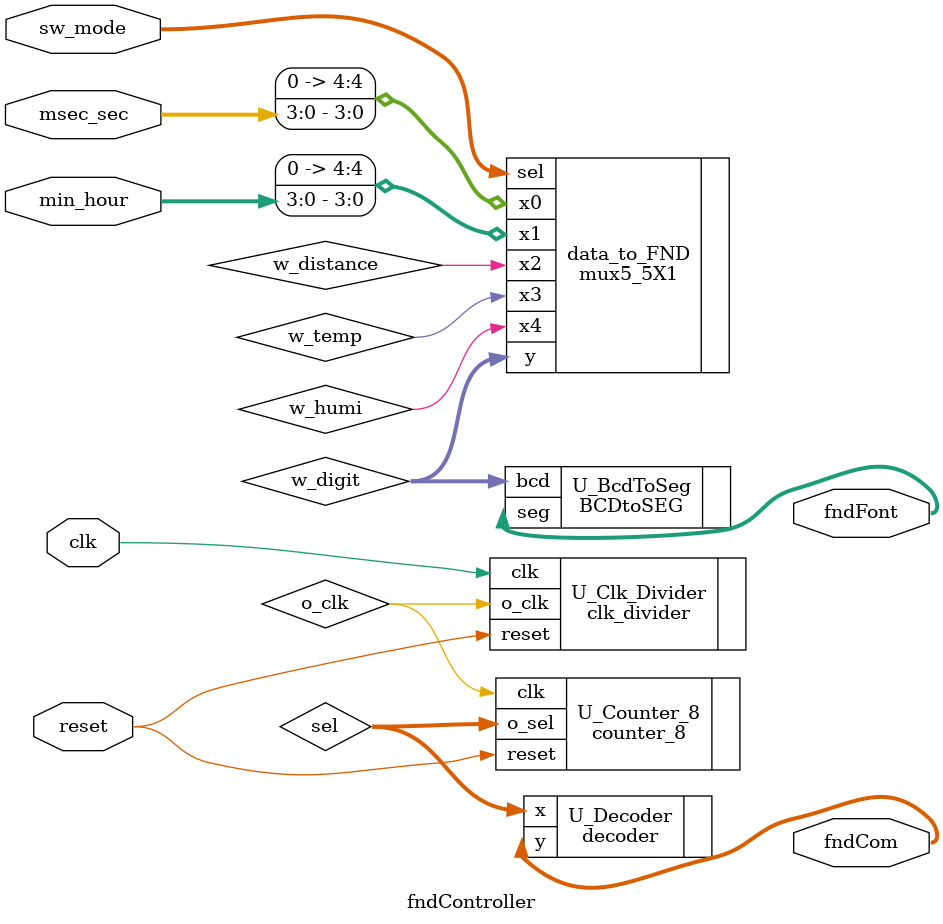
<source format=v>
`timescale 1ns / 1ps

module fndController(
    input clk,
    input reset,
    input [2:0] sw_mode,
    input [3:0] msec_sec,
    input [3:0] min_hour,
    output [7:0] fndFont,
    output [3:0] fndCom
    );



    //////// 8개 fndComm selection ////////
    wire [2:0] sel;
    wire o_clk;
    clk_divider U_Clk_Divider(
        .clk(clk),
        .reset(reset),
        .o_clk(o_clk)
    );
    counter_8 U_Counter_8(
        .clk(o_clk),
        .reset(reset),
        .o_sel(sel)
    );
    decoder U_Decoder(
        .x(sel),
        .y(fndCom)
    );
    ////////////////////////////////////////
    

    ///////////////mode select///////////////
    wire [5:0] w_digit;
    //sw[0], sw[2], sw[3]
    mux5_5X1 data_to_FND(
        .sel(sw_mode),
        .x0({1'b0, msec_sec}), //000
        .x1({1'b0, min_hour}), //001
        .x2(w_distance), //010 
        .x3(w_temp),    //100
        .x4(w_humi),    //101
        .y(w_digit)
    );

    BCDtoSEG U_BcdToSeg(
        .bcd(w_digit),
        .seg(fndFont)
    );
    /////////////////////////////////////////





endmodule
</source>
